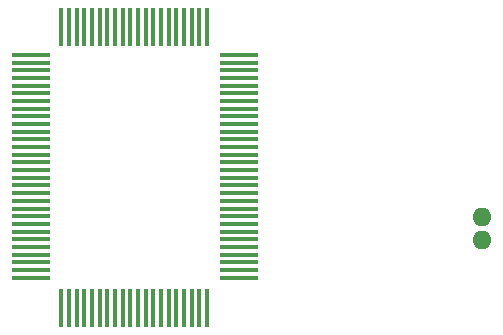
<source format=gbr>
%TF.GenerationSoftware,KiCad,Pcbnew,7.0.6*%
%TF.CreationDate,2023-08-29T14:49:30+01:00*%
%TF.ProjectId,Commodore PC10 III,436f6d6d-6f64-46f7-9265-205043313020,rev?*%
%TF.SameCoordinates,Original*%
%TF.FileFunction,Paste,Top*%
%TF.FilePolarity,Positive*%
%FSLAX46Y46*%
G04 Gerber Fmt 4.6, Leading zero omitted, Abs format (unit mm)*
G04 Created by KiCad (PCBNEW 7.0.6) date 2023-08-29 14:49:30*
%MOMM*%
%LPD*%
G01*
G04 APERTURE LIST*
G04 Aperture macros list*
%AMRoundRect*
0 Rectangle with rounded corners*
0 $1 Rounding radius*
0 $2 $3 $4 $5 $6 $7 $8 $9 X,Y pos of 4 corners*
0 Add a 4 corners polygon primitive as box body*
4,1,4,$2,$3,$4,$5,$6,$7,$8,$9,$2,$3,0*
0 Add four circle primitives for the rounded corners*
1,1,$1+$1,$2,$3*
1,1,$1+$1,$4,$5*
1,1,$1+$1,$6,$7*
1,1,$1+$1,$8,$9*
0 Add four rect primitives between the rounded corners*
20,1,$1+$1,$2,$3,$4,$5,0*
20,1,$1+$1,$4,$5,$6,$7,0*
20,1,$1+$1,$6,$7,$8,$9,0*
20,1,$1+$1,$8,$9,$2,$3,0*%
G04 Aperture macros list end*
%ADD10O,1.600000X1.600000*%
%ADD11RoundRect,0.100000X1.512500X0.100000X-1.512500X0.100000X-1.512500X-0.100000X1.512500X-0.100000X0*%
%ADD12RoundRect,0.100000X-0.100000X1.512500X-0.100000X-1.512500X0.100000X-1.512500X0.100000X1.512500X0*%
G04 APERTURE END LIST*
D10*
%TO.C,*%
X401960000Y-165370000D03*
%TD*%
%TO.C,*%
X401960000Y-163420000D03*
%TD*%
D11*
%TO.C,U601*%
X381440000Y-168540000D03*
X381440000Y-167890000D03*
X381440000Y-167240000D03*
X381440000Y-166590000D03*
X381440000Y-165940000D03*
X381440000Y-165290000D03*
X381440000Y-164640000D03*
X381440000Y-163990000D03*
X381440000Y-163340000D03*
X381440000Y-162690000D03*
X381440000Y-162040000D03*
X381440000Y-161390000D03*
X381440000Y-160740000D03*
X381440000Y-160090000D03*
X381440000Y-159440000D03*
X381440000Y-158790000D03*
X381440000Y-158140000D03*
X381440000Y-157490000D03*
X381440000Y-156840000D03*
X381440000Y-156190000D03*
X381440000Y-155540000D03*
X381440000Y-154890000D03*
X381440000Y-154240000D03*
X381440000Y-153590000D03*
X381440000Y-152940000D03*
X381440000Y-152290000D03*
X381440000Y-151640000D03*
X381440000Y-150990000D03*
X381440000Y-150340000D03*
X381440000Y-149690000D03*
D12*
X378710000Y-147340000D03*
X378060000Y-147340000D03*
X377410000Y-147340000D03*
X376760000Y-147340000D03*
X376110000Y-147340000D03*
X375460000Y-147340000D03*
X374810000Y-147340000D03*
X374160000Y-147340000D03*
X373510000Y-147340000D03*
X372860000Y-147340000D03*
X372210000Y-147340000D03*
X371560000Y-147340000D03*
X370910000Y-147340000D03*
X370260000Y-147340000D03*
X369610000Y-147340000D03*
X368960000Y-147340000D03*
X368310000Y-147340000D03*
X367660000Y-147340000D03*
X367010000Y-147340000D03*
X366360000Y-147340000D03*
D11*
X363810000Y-149690000D03*
X363810000Y-150340000D03*
X363810000Y-150990000D03*
X363810000Y-151640000D03*
X363810000Y-152290000D03*
X363810000Y-152940000D03*
X363810000Y-153590000D03*
X363810000Y-154240000D03*
X363810000Y-154890000D03*
X363810000Y-155540000D03*
X363810000Y-156190000D03*
X363810000Y-156840000D03*
X363810000Y-157490000D03*
X363810000Y-158140000D03*
X363810000Y-158790000D03*
X363810000Y-159440000D03*
X363810000Y-160090000D03*
X363810000Y-160740000D03*
X363810000Y-161390000D03*
X363810000Y-162040000D03*
X363810000Y-162690000D03*
X363810000Y-163340000D03*
X363810000Y-163990000D03*
X363810000Y-164640000D03*
X363810000Y-165290000D03*
X363810000Y-165940000D03*
X363810000Y-166590000D03*
X363810000Y-167240000D03*
X363810000Y-167890000D03*
X363810000Y-168540000D03*
D12*
X366360000Y-171110000D03*
X367010000Y-171110000D03*
X367660000Y-171110000D03*
X368310000Y-171110000D03*
X368960000Y-171110000D03*
X369610000Y-171110000D03*
X370260000Y-171110000D03*
X370910000Y-171110000D03*
X371560000Y-171110000D03*
X372210000Y-171110000D03*
X372860000Y-171110000D03*
X373510000Y-171110000D03*
X374160000Y-171110000D03*
X374810000Y-171110000D03*
X375460000Y-171110000D03*
X376110000Y-171110000D03*
X376760000Y-171110000D03*
X377410000Y-171110000D03*
X378060000Y-171110000D03*
X378710000Y-171110000D03*
%TD*%
M02*

</source>
